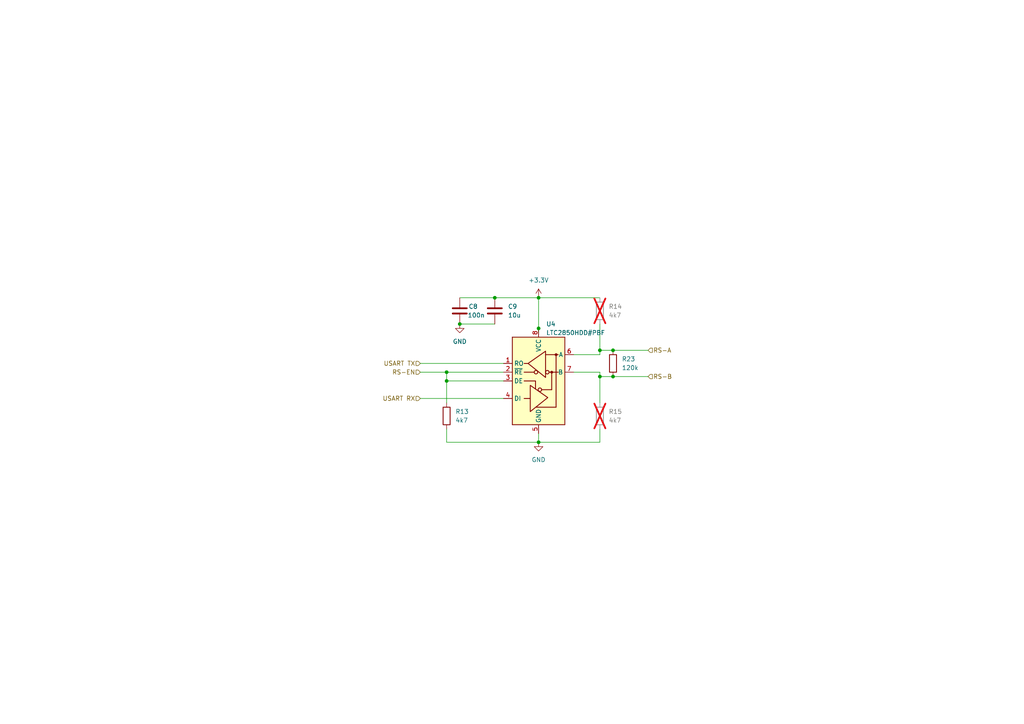
<source format=kicad_sch>
(kicad_sch (version 20231120) (generator "eeschema") (generator_version "8.0")
  (paper "A4")
  (title_block (date "2024-04-18") (rev "V1") (comment 1 "22619291") (comment 2 "DP Theron"))
  (lib_symbols
    (symbol "Device:C" (pin_numbers hide) (pin_names (offset 0.254))
      (property "Reference" "C" (at 0.635 2.54 0))
      (property "Value" "C" (at 0.635 -2.54 0))
      (symbol "C_0_1"
        (polyline (pts (xy -2.032 -0.762) (xy 2.032 -0.762)) (stroke (width 0.508)))
        (polyline (pts (xy -2.032 0.762) (xy 2.032 0.762)) (stroke (width 0.508)))
      )
      (symbol "C_1_1"
        (pin passive line (at 0 3.81 270) (length 2.794) (name "~") (number "1"))
        (pin passive line (at 0 -3.81 90) (length 2.794) (name "~") (number "2"))
      )
    )
    (symbol "Device:R" (pin_numbers hide) (pin_names (offset 0))
      (property "Reference" "R" (at 2.032 0 90))
      (property "Value" "R" (at 0 0 90))
      (symbol "R_0_1"
        (rectangle (start -1.016 -2.54) (end 1.016 2.54) (stroke (width 0.254)))
      )
      (symbol "R_1_1"
        (pin passive line (at 0 3.81 270) (length 1.27) (name "~") (number "1"))
        (pin passive line (at 0 -3.81 90) (length 1.27) (name "~") (number "2"))
      )
    )
    (symbol "ESL_PQ:LTC2850xS8"
      (property "Reference" "U2" (at 2.1941 17.78 0))
      (property "Value" "MAX485ESA+T" (at 2.1941 15.24 0))
      (symbol "LTC2850xS8_0_1"
        (rectangle (start -7.62 12.7) (end 7.62 -12.7) (stroke (width 0.254)) (fill (type background)))
        (polyline (pts (xy -4.191 2.54) (xy -1.27 2.54)) (stroke (width 0.254)))
        (polyline (pts (xy -2.54 -5.08) (xy -4.191 -5.08)) (stroke (width 0.254)))
        (polyline (pts (xy -0.635 -7.62) (xy 5.08 -7.62)) (stroke (width 0.254)))
        (polyline (pts (xy 0.889 -2.54) (xy 3.81 -2.54)) (stroke (width 0.254)))
        (polyline (pts (xy 2.032 7.62) (xy 5.715 7.62)) (stroke (width 0.254)))
        (polyline (pts (xy 3.048 2.54) (xy 5.715 2.54)) (stroke (width 0.254)))
        (polyline (pts (xy 3.81 -2.54) (xy 3.81 2.54)) (stroke (width 0.254)))
        (polyline (pts (xy 5.08 -7.62) (xy 5.08 7.62)) (stroke (width 0.254)))
        (polyline (pts (xy -4.191 0) (xy -0.889 0) (xy -0.889 -2.286)) (stroke (width 0.254)))
        (polyline (pts (xy -3.175 5.08) (xy -4.191 5.08) (xy -4.064 5.08)) (stroke (width 0.254)))
        (polyline (pts (xy -2.413 -5.08) (xy -2.413 -1.27) (xy 2.667 -4.826) (xy -2.413 -8.89) (xy -2.413 -5.08)) (stroke (width 0.254)))
        (circle (center 0.381 -2.54) (radius 0.508) (stroke (width 0.254)))
        (circle (center 3.81 2.54) (radius 0.2794) (stroke (width 0.254)) (fill (type outline)))
      )
      (symbol "LTC2850xS8_1_1"
        (circle (center -0.762 2.54) (radius 0.508) (stroke (width 0.254)))
        (polyline (pts (xy 2.032 4.826) (xy 2.032 8.636) (xy -3.048 5.08) (xy 2.032 1.016) (xy 2.032 4.826)) (stroke (width 0.254)))
        (circle (center 2.54 2.54) (radius 0.508) (stroke (width 0.254)))
        (circle (center 5.08 7.62) (radius 0.2794) (stroke (width 0.254)) (fill (type outline)))
        (pin output line (at -10.16 5.08 0) (length 2.54) (name "RO") (number "1"))
        (pin input line (at -10.16 2.54 0) (length 2.54) (name "~{RE}") (number "2"))
        (pin input line (at -10.16 0 0) (length 2.54) (name "DE") (number "3"))
        (pin input line (at -10.16 -5.08 0) (length 2.54) (name "DI") (number "4"))
        (pin power_in line (at 0 -15.24 90) (length 2.54) (name "GND") (number "5"))
        (pin bidirectional line (at 10.16 7.62 180) (length 2.54) (name "A") (number "6"))
        (pin bidirectional line (at 10.16 2.54 180) (length 2.54) (name "B") (number "7"))
        (pin power_in line (at 0 15.24 270) (length 2.54) (name "VCC") (number "8"))
      )
    )
    (symbol "power:+3.3V" (power) (pin_numbers hide) (pin_names (offset 0) hide)
      (property "Value" "+3.3V" (at 0 3.556 0))
      (symbol "+3.3V_0_1"
        (polyline (pts (xy -0.762 1.27) (xy 0 2.54)))
        (polyline (pts (xy 0 0) (xy 0 2.54)))
        (polyline (pts (xy 0 2.54) (xy 0.762 1.27)))
      )
      (symbol "+3.3V_1_1"
        (pin power_in line (at 0 0 90) (length 0) (name "~") (number "1"))
      )
    )
    (symbol "power:GND" (power) (pin_names (offset 0))
      (property "Value" "GND" (at 0 -3.81 0))
      (symbol "GND_0_1"
        (polyline (pts (xy 0 0) (xy 0 -1.27) (xy 1.27 -1.27) (xy 0 -2.54) (xy -1.27 -1.27) (xy 0 -1.27)))
      )
      (symbol "GND_1_1"
        (pin power_in line (at 0 0 270) (length 0) hide (name "GND") (number "1"))
      )
    )
  )
  (junction (at 129.54 107.95))
  (junction (at 133.35 93.98))
  (junction (at 177.8 101.6))
  (junction (at 156.21 128.27))
  (junction (at 156.21 95.25))
  (junction (at 173.99 109.22))
  (junction (at 143.51 86.36))
  (junction (at 156.21 86.36))
  (junction (at 129.54 110.49))
  (junction (at 173.99 101.6))
  (junction (at 177.8 109.22))
  (wire (pts (xy 156.21 86.36) (xy 143.51 86.36)))
  (wire (pts (xy 177.8 101.6) (xy 173.99 101.6)))
  (wire (pts (xy 173.99 109.22) (xy 173.99 116.84)))
  (wire (pts (xy 156.21 96.52) (xy 156.21 95.25)))
  (wire (pts (xy 146.05 110.49) (xy 129.54 110.49)))
  (wire (pts (xy 156.21 128.27) (xy 173.99 128.27)))
  (wire (pts (xy 121.92 107.95) (xy 129.54 107.95)))
  (wire (pts (xy 129.54 124.46) (xy 129.54 128.27)))
  (wire (pts (xy 177.8 101.6) (xy 187.96 101.6)))
  (wire (pts (xy 173.99 107.95) (xy 166.37 107.95)))
  (wire (pts (xy 121.92 115.57) (xy 146.05 115.57)))
  (wire (pts (xy 177.8 109.22) (xy 187.96 109.22)))
  (wire (pts (xy 173.99 86.36) (xy 156.21 86.36)))
  (wire (pts (xy 133.35 93.98) (xy 143.51 93.98)))
  (wire (pts (xy 173.99 109.22) (xy 173.99 107.95)))
  (wire (pts (xy 156.21 86.36) (xy 156.21 95.25)))
  (wire (pts (xy 129.54 107.95) (xy 146.05 107.95)))
  (wire (pts (xy 129.54 110.49) (xy 129.54 116.84)))
  (wire (pts (xy 173.99 93.98) (xy 173.99 101.6)))
  (wire (pts (xy 129.54 128.27) (xy 156.21 128.27)))
  (wire (pts (xy 173.99 102.87) (xy 166.37 102.87)))
  (wire (pts (xy 133.35 86.36) (xy 143.51 86.36)))
  (wire (pts (xy 156.21 125.73) (xy 156.21 128.27)))
  (wire (pts (xy 173.99 101.6) (xy 173.99 102.87)))
  (wire (pts (xy 129.54 110.49) (xy 129.54 107.95)))
  (wire (pts (xy 121.92 105.41) (xy 146.05 105.41)))
  (wire (pts (xy 177.8 109.22) (xy 173.99 109.22)))
  (wire (pts (xy 173.99 128.27) (xy 173.99 124.46)))
  (hierarchical_label "RS-EN" (shape input) (at 121.92 107.95 180))
  (hierarchical_label "USART TX" (shape input) (at 121.92 105.41 180))
  (hierarchical_label "RS-B" (shape input) (at 187.96 109.22 0))
  (hierarchical_label "USART RX" (shape input) (at 121.92 115.57 180))
  (hierarchical_label "RS-A" (shape input) (at 187.96 101.6 0))
  (symbol (lib_id "ESL_PQ:LTC2850xS8") (at 156.21 110.49 0) (unit 1)
    (property "Reference" "U4" (at 158.4041 93.98 0) (effects (justify left)))
    (property "Value" "LTC2850HDD#PBF" (at 158.4041 96.52 0) (effects (justify left)))
    (property "Footprint" "Package_SO:SOIC-8_3.9x4.9mm_P1.27mm" (effects (hide yes)))
    (property "Description" "transceiver 2.5Mbps 1/1 SOIC-8 RS-485/RS-422 ICs ROHS" (effects (hide yes)))
    (property "JLCPCB #" "C682732" (effects (hide yes)))
  )
  (symbol (lib_id "Device:R") (at 129.54 120.65 0) (unit 1)
    (property "Reference" "R13" (at 132.08 119.3799 0) (effects (justify left)))
    (property "Value" "4k7" (at 132.08 121.9199 0) (effects (justify left)))
    (property "Footprint" "Resistor_SMD:R_0603_1608Metric" (effects (hide yes)))
    (property "Description" "Resistor" (effects (hide yes)))
    (property "JLCPCB #" "C25765" (effects (hide yes)))
  )
  (symbol (lib_id "Device:C") (at 133.35 90.17 0) (unit 1)
    (property "Reference" "C8" (at 135.89 88.9 0) (effects (justify left)))
    (property "Value" "100n" (at 135.636 91.44 0) (effects (justify left)))
    (property "Footprint" "Capacitor_SMD:C_0603_1608Metric" (effects (hide yes)))
    (property "Description" "Unpolarized capacitor" (effects (hide yes)))
    (property "JLCPCB #" "C85953" (effects (hide yes)))
  )
  (symbol (lib_id "Device:R") (at 173.99 120.65 0) (unit 1) (dnp yes)
    (property "Reference" "R15" (at 176.53 119.3799 0) (effects (justify left)))
    (property "Value" "4k7" (at 176.53 121.9199 0) (effects (justify left)))
    (property "Footprint" "Resistor_SMD:R_0603_1608Metric" (effects (hide yes)))
    (property "Description" "Resistor" (effects (hide yes)))
    (property "JLCPCB #" "C25765" (effects (hide yes)))
  )
  (symbol (lib_id "Device:C") (at 143.51 90.17 0) (unit 1)
    (property "Reference" "C9" (at 147.32 88.8999 0) (effects (justify left)))
    (property "Value" "10u" (at 147.32 91.4399 0) (effects (justify left)))
    (property "Footprint" "Capacitor_SMD:C_0603_1608Metric" (effects (hide yes)))
    (property "Description" "Unpolarized capacitor" (effects (hide yes)))
    (property "JLCPCB #" "C668351" (effects (hide yes)))
  )
  (symbol (lib_id "Device:R") (at 173.99 90.17 0) (unit 1) (dnp yes)
    (property "Reference" "R14" (at 176.53 88.8999 0) (effects (justify left)))
    (property "Value" "4k7" (at 176.53 91.4399 0) (effects (justify left)))
    (property "Footprint" "Resistor_SMD:R_0603_1608Metric" (effects (hide yes)))
    (property "Description" "Resistor" (effects (hide yes)))
    (property "JLCPCB #" "C25765" (effects (hide yes)))
  )
  (symbol (lib_id "Device:R") (at 177.8 105.41 0) (unit 1)
    (property "Reference" "R23" (at 180.34 104.1399 0) (effects (justify left)))
    (property "Value" "120k" (at 180.34 106.6799 0) (effects (justify left)))
    (property "Footprint" "Resistor_SMD:R_0603_1608Metric" (effects (hide yes)))
    (property "Description" "Resistor" (effects (hide yes)))
    (property "JLCPCB #" "C423316" (effects (hide yes)))
  )
  (symbol (lib_id "power:+3.3V") (at 156.21 86.36 0) (unit 1)
    (property "Reference" "#PWR028" (effects (hide yes)))
    (property "Value" "+3.3V" (at 156.21 81.28 0))
    (property "Description" "Power symbol creates a global label with name \"+3.3V\"" (effects (hide yes)))
  )
  (symbol (lib_id "power:GND") (at 133.35 93.98 0) (unit 1)
    (property "Reference" "#PWR016" (effects (hide yes)))
    (property "Value" "GND" (at 133.35 99.06 0))
    (property "Description" "Power symbol creates a global label with name \"GND\" , ground" (effects (hide yes)))
  )
  (symbol (lib_id "power:GND") (at 156.21 128.27 0) (unit 1)
    (property "Reference" "#PWR024" (effects (hide yes)))
    (property "Value" "GND" (at 156.21 133.35 0))
    (property "Description" "Power symbol creates a global label with name \"GND\" , ground" (effects (hide yes)))
  )
)
</source>
